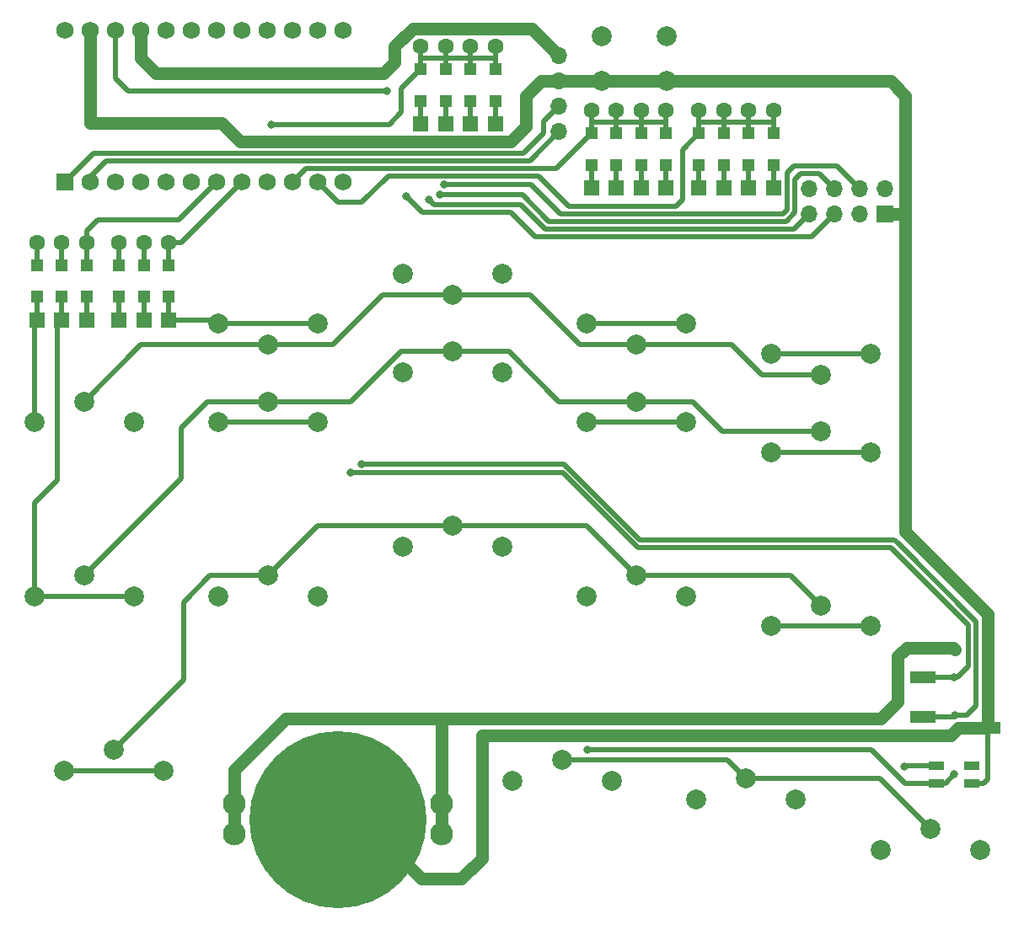
<source format=gbr>
G04 #@! TF.GenerationSoftware,KiCad,Pcbnew,5.1.4-e60b266~84~ubuntu19.04.1*
G04 #@! TF.CreationDate,2020-01-09T17:11:54-08:00*
G04 #@! TF.ProjectId,fissure,66697373-7572-4652-9e6b-696361645f70,rev?*
G04 #@! TF.SameCoordinates,Original*
G04 #@! TF.FileFunction,Copper,L2,Bot*
G04 #@! TF.FilePolarity,Positive*
%FSLAX46Y46*%
G04 Gerber Fmt 4.6, Leading zero omitted, Abs format (unit mm)*
G04 Created by KiCad (PCBNEW 5.1.4-e60b266~84~ubuntu19.04.1) date 2020-01-09 17:11:54*
%MOMM*%
%LPD*%
G04 APERTURE LIST*
%ADD10R,1.600000X0.850000*%
%ADD11C,2.000000*%
%ADD12O,1.700000X1.700000*%
%ADD13C,1.752600*%
%ADD14R,1.752600X1.752600*%
%ADD15C,1.600000*%
%ADD16R,1.600000X1.600000*%
%ADD17R,0.500000X2.500000*%
%ADD18R,1.200000X1.200000*%
%ADD19R,2.500000X1.200000*%
%ADD20C,2.300000*%
%ADD21C,17.800000*%
%ADD22R,1.700000X1.700000*%
%ADD23C,0.800000*%
%ADD24C,0.508000*%
%ADD25C,1.270000*%
G04 APERTURE END LIST*
D10*
X140647000Y-114974000D03*
X140647000Y-116724000D03*
X137147000Y-114974000D03*
X137147000Y-116724000D03*
D11*
X103502000Y-46149000D03*
X103502000Y-41649000D03*
X110002000Y-46149000D03*
X110002000Y-41649000D03*
X56497000Y-80449000D03*
X51497000Y-78349000D03*
X46497000Y-80449000D03*
X120497000Y-73549000D03*
X125497000Y-75649000D03*
X130497000Y-73549000D03*
X64997000Y-70549000D03*
X69997000Y-72649000D03*
X74997000Y-70549000D03*
D12*
X99207000Y-43609000D03*
X99207000Y-46149000D03*
X99207000Y-48689000D03*
X99207000Y-51229000D03*
D13*
X49527000Y-41069000D03*
X77467000Y-56309000D03*
X52067000Y-41069000D03*
X54607000Y-41069000D03*
X57147000Y-41069000D03*
X59687000Y-41069000D03*
X62227000Y-41069000D03*
X64767000Y-41069000D03*
X67307000Y-41069000D03*
X69847000Y-41069000D03*
X72387000Y-41069000D03*
X74927000Y-41069000D03*
X77467000Y-41069000D03*
X74927000Y-56309000D03*
X72387000Y-56309000D03*
X69847000Y-56309000D03*
X67307000Y-56309000D03*
X64767000Y-56309000D03*
X62227000Y-56309000D03*
X59687000Y-56309000D03*
X57147000Y-56309000D03*
X54607000Y-56309000D03*
X52067000Y-56309000D03*
D14*
X49527000Y-56309000D03*
D15*
X46747000Y-62349000D03*
D16*
X46747000Y-70149000D03*
D17*
X46747000Y-63549000D03*
D18*
X46747000Y-64674000D03*
X46747000Y-67824000D03*
D17*
X46747000Y-68949000D03*
D11*
X56497000Y-97949000D03*
X51497000Y-95849000D03*
X46497000Y-97949000D03*
X101997000Y-70549000D03*
X106997000Y-72649000D03*
X111997000Y-70549000D03*
X93497000Y-75449000D03*
X88497000Y-73349000D03*
X83497000Y-75449000D03*
X141497000Y-123449000D03*
X136497000Y-121349000D03*
X131497000Y-123449000D03*
X122997000Y-118349000D03*
X117997000Y-116249000D03*
X112997000Y-118349000D03*
X104497000Y-116449000D03*
X99497000Y-114349000D03*
X94497000Y-116449000D03*
X130497000Y-100949000D03*
X125497000Y-98849000D03*
X120497000Y-100949000D03*
X111997000Y-97949000D03*
X106997000Y-95849000D03*
X101997000Y-97949000D03*
X93497000Y-92949000D03*
X88497000Y-90849000D03*
X83497000Y-92949000D03*
X74997000Y-97949000D03*
X69997000Y-95849000D03*
X64997000Y-97949000D03*
X59497000Y-115449000D03*
X54497000Y-113349000D03*
X49497000Y-115449000D03*
X130497000Y-83449000D03*
X125497000Y-81349000D03*
X120497000Y-83449000D03*
X111997000Y-80449000D03*
X106997000Y-78349000D03*
X101997000Y-80449000D03*
X74997000Y-80449000D03*
X69997000Y-78349000D03*
X64997000Y-80449000D03*
X83497000Y-65549000D03*
X88497000Y-67649000D03*
X93497000Y-65549000D03*
D15*
X120757000Y-49096000D03*
D16*
X120757000Y-56896000D03*
D17*
X120757000Y-50296000D03*
D18*
X120757000Y-51421000D03*
X120757000Y-54571000D03*
D17*
X120757000Y-55696000D03*
D15*
X109962000Y-49093000D03*
D16*
X109962000Y-56893000D03*
D17*
X109962000Y-50293000D03*
D18*
X109962000Y-51418000D03*
X109962000Y-54568000D03*
D17*
X109962000Y-55693000D03*
X92817000Y-49259000D03*
D18*
X92817000Y-48134000D03*
X92817000Y-44984000D03*
D17*
X92817000Y-43859000D03*
D16*
X92817000Y-50459000D03*
D15*
X92817000Y-42659000D03*
X118257000Y-49096000D03*
D16*
X118257000Y-56896000D03*
D17*
X118257000Y-50296000D03*
D18*
X118257000Y-51421000D03*
X118257000Y-54571000D03*
D17*
X118257000Y-55696000D03*
D15*
X107462000Y-49093000D03*
D16*
X107462000Y-56893000D03*
D17*
X107462000Y-50293000D03*
D18*
X107462000Y-51418000D03*
X107462000Y-54568000D03*
D17*
X107462000Y-55693000D03*
X90317000Y-49259000D03*
D18*
X90317000Y-48134000D03*
X90317000Y-44984000D03*
D17*
X90317000Y-43859000D03*
D16*
X90317000Y-50459000D03*
D15*
X90317000Y-42659000D03*
X54997000Y-62349000D03*
D16*
X54997000Y-70149000D03*
D17*
X54997000Y-63549000D03*
D18*
X54997000Y-64674000D03*
X54997000Y-67824000D03*
D17*
X54997000Y-68949000D03*
D15*
X51747000Y-62349000D03*
D16*
X51747000Y-70149000D03*
D17*
X51747000Y-63549000D03*
D18*
X51747000Y-64674000D03*
X51747000Y-67824000D03*
D17*
X51747000Y-68949000D03*
D15*
X115757000Y-49096000D03*
D16*
X115757000Y-56896000D03*
D17*
X115757000Y-50296000D03*
D18*
X115757000Y-51421000D03*
X115757000Y-54571000D03*
D17*
X115757000Y-55696000D03*
D15*
X104962000Y-49093000D03*
D16*
X104962000Y-56893000D03*
D17*
X104962000Y-50293000D03*
D18*
X104962000Y-51418000D03*
X104962000Y-54568000D03*
D17*
X104962000Y-55693000D03*
X87817000Y-49259000D03*
D18*
X87817000Y-48134000D03*
X87817000Y-44984000D03*
D17*
X87817000Y-43859000D03*
D16*
X87817000Y-50459000D03*
D15*
X87817000Y-42659000D03*
X57497000Y-62349000D03*
D16*
X57497000Y-70149000D03*
D17*
X57497000Y-63549000D03*
D18*
X57497000Y-64674000D03*
X57497000Y-67824000D03*
D17*
X57497000Y-68949000D03*
D15*
X49247000Y-62349000D03*
D16*
X49247000Y-70149000D03*
D17*
X49247000Y-63549000D03*
D18*
X49247000Y-64674000D03*
X49247000Y-67824000D03*
D17*
X49247000Y-68949000D03*
D15*
X113257000Y-49096000D03*
D16*
X113257000Y-56896000D03*
D17*
X113257000Y-50296000D03*
D18*
X113257000Y-51421000D03*
X113257000Y-54571000D03*
D17*
X113257000Y-55696000D03*
D15*
X102462000Y-49093000D03*
D16*
X102462000Y-56893000D03*
D17*
X102462000Y-50293000D03*
D18*
X102462000Y-51418000D03*
X102462000Y-54568000D03*
D17*
X102462000Y-55693000D03*
X85317000Y-49259000D03*
D18*
X85317000Y-48134000D03*
X85317000Y-44984000D03*
D17*
X85317000Y-43859000D03*
D16*
X85317000Y-50459000D03*
D15*
X85317000Y-42659000D03*
X59997000Y-62349000D03*
D16*
X59997000Y-70149000D03*
D17*
X59997000Y-63549000D03*
D18*
X59997000Y-64674000D03*
X59997000Y-67824000D03*
D17*
X59997000Y-68949000D03*
D19*
X135747000Y-103074000D03*
X135747000Y-106074000D03*
X135747000Y-110074000D03*
X142247000Y-111174000D03*
D20*
X87397000Y-118749000D03*
X87397000Y-121849000D03*
X66597000Y-121849000D03*
X66597000Y-118749000D03*
X66597000Y-121849000D03*
X66597000Y-118749000D03*
X87397000Y-118749000D03*
X87397000Y-121849000D03*
D21*
X76997000Y-120349000D03*
D12*
X124307000Y-56944000D03*
X124307000Y-59484000D03*
X126847000Y-56944000D03*
X126847000Y-59484000D03*
X129387000Y-56944000D03*
X129387000Y-59484000D03*
X131927000Y-56944000D03*
D22*
X131927000Y-59484000D03*
D23*
X138997000Y-111499000D03*
X85397000Y-126349000D03*
X52090000Y-50340000D03*
X138997000Y-103249000D03*
X133897000Y-115049000D03*
X70283000Y-50499000D03*
X86126000Y-58087000D03*
X87269000Y-57579000D03*
X83840000Y-57706000D03*
X87650000Y-56563000D03*
X138997000Y-109849000D03*
X79395000Y-84630000D03*
X138897000Y-106049000D03*
X78252000Y-85519000D03*
X81935000Y-47165000D03*
X138897000Y-115849000D03*
X102097000Y-113349000D03*
D24*
X46497000Y-70399000D02*
X46747000Y-70149000D01*
X46497000Y-80449000D02*
X46497000Y-70399000D01*
X64997000Y-70549000D02*
X74997000Y-70549000D01*
X64597000Y-70149000D02*
X64997000Y-70549000D01*
X59997000Y-70149000D02*
X64597000Y-70149000D01*
X101997000Y-70549000D02*
X111997000Y-70549000D01*
X120497000Y-73549000D02*
X130497000Y-73549000D01*
X56497000Y-97949000D02*
X46497000Y-97949000D01*
X46497000Y-97949000D02*
X46497000Y-88549000D01*
X46497000Y-88549000D02*
X48797000Y-86249000D01*
X48797000Y-70599000D02*
X49247000Y-70149000D01*
X48797000Y-86249000D02*
X48797000Y-70599000D01*
X64997000Y-80449000D02*
X74997000Y-80449000D01*
X101997000Y-80449000D02*
X111997000Y-80449000D01*
X120497000Y-83449000D02*
X130497000Y-83449000D01*
X49497000Y-115449000D02*
X59497000Y-115449000D01*
X120497000Y-100949000D02*
X130497000Y-100949000D01*
X52067000Y-56309000D02*
X52067000Y-55824000D01*
X52067000Y-55824000D02*
X53741000Y-54150000D01*
X96286000Y-54150000D02*
X99207000Y-51229000D01*
X53741000Y-54150000D02*
X96286000Y-54150000D01*
X49527000Y-56309000D02*
X49550000Y-56309000D01*
X49550000Y-56309000D02*
X52471000Y-53388000D01*
X52471000Y-53388000D02*
X95651000Y-53388000D01*
X95651000Y-53388000D02*
X97683000Y-51356000D01*
X97683000Y-50213000D02*
X99207000Y-48689000D01*
X97683000Y-51356000D02*
X97683000Y-50213000D01*
D25*
X79397000Y-120349000D02*
X76997000Y-120349000D01*
X85397000Y-126349000D02*
X79397000Y-120349000D01*
X85397000Y-126349000D02*
X89397000Y-126349000D01*
X89397000Y-126349000D02*
X91497000Y-124249000D01*
X91497000Y-124249000D02*
X91497000Y-111949000D01*
X138547000Y-111949000D02*
X138997000Y-111499000D01*
X91497000Y-111949000D02*
X138547000Y-111949000D01*
X52067000Y-41069000D02*
X52067000Y-50317000D01*
X52067000Y-50317000D02*
X52090000Y-50340000D01*
X142247000Y-111174000D02*
X142247000Y-99699000D01*
X95905000Y-47673000D02*
X97429000Y-46149000D01*
X65298000Y-50340000D02*
X67203000Y-52245000D01*
X52090000Y-50340000D02*
X65298000Y-50340000D01*
X67203000Y-52245000D02*
X94381000Y-52245000D01*
X97429000Y-46149000D02*
X99207000Y-46149000D01*
X94381000Y-52245000D02*
X95905000Y-50721000D01*
X95905000Y-50721000D02*
X95905000Y-47673000D01*
D24*
X140647000Y-116724000D02*
X141872000Y-116724000D01*
X142247000Y-116349000D02*
X142247000Y-111174000D01*
X141872000Y-116724000D02*
X142247000Y-116349000D01*
D25*
X139322000Y-111174000D02*
X138997000Y-111499000D01*
X142247000Y-111174000D02*
X139322000Y-111174000D01*
X99207000Y-46149000D02*
X132497000Y-46149000D01*
X132497000Y-46149000D02*
X133997000Y-47649000D01*
X133997000Y-91449000D02*
X142247000Y-99699000D01*
X133997000Y-47649000D02*
X133997000Y-59549000D01*
X133932000Y-59484000D02*
X133997000Y-59549000D01*
X131927000Y-59484000D02*
X133932000Y-59484000D01*
X133997000Y-59549000D02*
X133997000Y-91449000D01*
X66597000Y-121849000D02*
X66597000Y-118749000D01*
X87397000Y-121849000D02*
X87397000Y-118749000D01*
X66597000Y-118749000D02*
X66597000Y-115399000D01*
X66597000Y-115399000D02*
X71747000Y-110249000D01*
X131497000Y-110249000D02*
X133247000Y-108499000D01*
X133247000Y-108499000D02*
X133247000Y-103999000D01*
X134172000Y-103074000D02*
X135747000Y-103074000D01*
X133247000Y-103999000D02*
X134172000Y-103074000D01*
X135747000Y-103074000D02*
X138822000Y-103074000D01*
X138822000Y-103074000D02*
X138997000Y-103249000D01*
X71747000Y-110249000D02*
X87297000Y-110249000D01*
X87397000Y-118749000D02*
X87397000Y-110349000D01*
X87297000Y-110249000D02*
X131497000Y-110249000D01*
X57147000Y-41069000D02*
X57147000Y-43840000D01*
X57147000Y-43840000D02*
X58694000Y-45387000D01*
X58694000Y-45387000D02*
X81554000Y-45387000D01*
X81554000Y-45387000D02*
X82697000Y-44244000D01*
X96794000Y-41196000D02*
X99207000Y-43609000D01*
D24*
X137147000Y-114974000D02*
X133972000Y-114974000D01*
X133972000Y-114974000D02*
X133897000Y-115049000D01*
D25*
X82697000Y-44244000D02*
X82697000Y-42649000D01*
X82697000Y-42649000D02*
X84497000Y-40849000D01*
X96447000Y-40849000D02*
X96794000Y-41196000D01*
X84497000Y-40849000D02*
X96447000Y-40849000D01*
D24*
X51747000Y-62349000D02*
X51747000Y-61224000D01*
X51747000Y-61224000D02*
X52852000Y-60119000D01*
X60957000Y-60119000D02*
X64767000Y-56309000D01*
X52852000Y-60119000D02*
X60957000Y-60119000D01*
X61267000Y-62349000D02*
X67307000Y-56309000D01*
X59997000Y-62349000D02*
X61267000Y-62349000D01*
X70283000Y-50499000D02*
X82142000Y-50499000D01*
X82142000Y-50499000D02*
X83367000Y-49274000D01*
X83367000Y-46934000D02*
X85317000Y-44984000D01*
X83367000Y-49274000D02*
X83367000Y-46934000D01*
X85317000Y-43859000D02*
X92817000Y-43859000D01*
X72387000Y-56309000D02*
X72410000Y-56309000D01*
X72410000Y-56309000D02*
X73807000Y-54912000D01*
X98968000Y-54912000D02*
X102462000Y-51418000D01*
X73807000Y-54912000D02*
X98968000Y-54912000D01*
X102462000Y-50293000D02*
X109962000Y-50293000D01*
X76959000Y-58341000D02*
X79395000Y-58341000D01*
X74927000Y-56309000D02*
X76959000Y-58341000D01*
X79395000Y-58341000D02*
X82062000Y-55674000D01*
X82062000Y-55674000D02*
X97175000Y-55674000D01*
X97175000Y-55674000D02*
X100223000Y-58722000D01*
X113257000Y-50296000D02*
X120757000Y-50296000D01*
X100223000Y-58722000D02*
X110924000Y-58722000D01*
X110924000Y-58722000D02*
X111597000Y-58049000D01*
X111597000Y-53081000D02*
X113257000Y-51421000D01*
X111597000Y-58049000D02*
X111597000Y-53081000D01*
X69997000Y-72649000D02*
X76517000Y-72649000D01*
X81517000Y-67649000D02*
X88497000Y-67649000D01*
X76517000Y-72649000D02*
X81517000Y-67649000D01*
X88497000Y-67649000D02*
X96323000Y-67649000D01*
X101323000Y-72649000D02*
X106997000Y-72649000D01*
X96323000Y-67649000D02*
X101323000Y-72649000D01*
X106997000Y-72649000D02*
X116563000Y-72649000D01*
X119563000Y-75649000D02*
X125497000Y-75649000D01*
X116563000Y-72649000D02*
X119563000Y-75649000D01*
X57197000Y-72649000D02*
X51497000Y-78349000D01*
X69997000Y-72649000D02*
X57197000Y-72649000D01*
X63897000Y-78349000D02*
X69997000Y-78349000D01*
X61247000Y-80999000D02*
X63897000Y-78349000D01*
X69997000Y-78349000D02*
X78310000Y-78349000D01*
X83310000Y-73349000D02*
X88497000Y-73349000D01*
X78310000Y-78349000D02*
X83310000Y-73349000D01*
X88497000Y-73349000D02*
X94149000Y-73349000D01*
X99149000Y-78349000D02*
X106997000Y-78349000D01*
X94149000Y-73349000D02*
X99149000Y-78349000D01*
X106997000Y-78349000D02*
X112611000Y-78349000D01*
X115611000Y-81349000D02*
X125497000Y-81349000D01*
X112611000Y-78349000D02*
X115611000Y-81349000D01*
X61247000Y-86099000D02*
X51497000Y-95849000D01*
X61247000Y-80999000D02*
X61247000Y-86099000D01*
X122497000Y-95849000D02*
X125497000Y-98849000D01*
X106997000Y-95849000D02*
X122497000Y-95849000D01*
X101997000Y-90849000D02*
X106997000Y-95849000D01*
X74997000Y-90849000D02*
X69997000Y-95849000D01*
X88497000Y-90849000D02*
X74997000Y-90849000D01*
X98897000Y-90849000D02*
X98597000Y-90849000D01*
X98897000Y-90849000D02*
X101997000Y-90849000D01*
X88497000Y-90849000D02*
X98197000Y-90849000D01*
X98197000Y-90849000D02*
X98897000Y-90849000D01*
X61497000Y-98499000D02*
X64147000Y-95849000D01*
X64147000Y-95849000D02*
X69997000Y-95849000D01*
X61497000Y-106349000D02*
X54497000Y-113349000D01*
X61497000Y-98499000D02*
X61497000Y-106349000D01*
X131497000Y-116349000D02*
X136497000Y-121349000D01*
X116097000Y-114349000D02*
X117997000Y-116249000D01*
X99497000Y-114349000D02*
X116097000Y-114349000D01*
X131397000Y-116249000D02*
X131497000Y-116349000D01*
X117997000Y-116249000D02*
X131397000Y-116249000D01*
X124607000Y-59484000D02*
X124607000Y-59865000D01*
X95397000Y-58595000D02*
X97810000Y-61008000D01*
X97810000Y-61008000D02*
X122783000Y-61008000D01*
X86126000Y-58087000D02*
X86634000Y-58595000D01*
X122783000Y-61008000D02*
X124307000Y-59484000D01*
X86634000Y-58595000D02*
X95397000Y-58595000D01*
X125352000Y-55449000D02*
X126847000Y-56944000D01*
X123497000Y-55449000D02*
X125352000Y-55449000D01*
X122897000Y-56049000D02*
X123497000Y-55449000D01*
X95524000Y-57579000D02*
X98191000Y-60246000D01*
X87269000Y-57579000D02*
X95524000Y-57579000D01*
X98191000Y-60246000D02*
X122000000Y-60246000D01*
X122897000Y-59349000D02*
X122897000Y-56049000D01*
X122000000Y-60246000D02*
X122897000Y-59349000D01*
X127147000Y-59484000D02*
X127147000Y-59738000D01*
X94381000Y-59357000D02*
X96794000Y-61770000D01*
X124561000Y-61770000D02*
X126847000Y-59484000D01*
X83840000Y-57706000D02*
X85491000Y-59357000D01*
X96794000Y-61770000D02*
X124561000Y-61770000D01*
X85491000Y-59357000D02*
X94381000Y-59357000D01*
X122097000Y-55349000D02*
X122797000Y-54649000D01*
X87650000Y-56563000D02*
X96413000Y-56563000D01*
X96413000Y-56563000D02*
X99334000Y-59484000D01*
X99334000Y-59484000D02*
X121662000Y-59484000D01*
X127092000Y-54649000D02*
X129387000Y-56944000D01*
X122797000Y-54649000D02*
X127092000Y-54649000D01*
X122097000Y-59049000D02*
X122097000Y-55349000D01*
X121662000Y-59484000D02*
X122097000Y-59049000D01*
X135747000Y-110074000D02*
X138772000Y-110074000D01*
X138772000Y-110074000D02*
X138997000Y-109849000D01*
X138997000Y-109849000D02*
X140197000Y-109849000D01*
X140197000Y-109849000D02*
X141097000Y-108949000D01*
X141097000Y-108949000D02*
X141097000Y-100449000D01*
X141097000Y-100449000D02*
X133297000Y-92649000D01*
X133297000Y-92649000D02*
X133261000Y-92649000D01*
X133261000Y-92649000D02*
X132862000Y-92250000D01*
X132862000Y-92250000D02*
X107335000Y-92250000D01*
X107335000Y-92250000D02*
X99715000Y-84630000D01*
X99715000Y-84630000D02*
X79395000Y-84630000D01*
X135747000Y-106074000D02*
X138872000Y-106074000D01*
X138872000Y-106074000D02*
X138897000Y-106049000D01*
X138897000Y-106049000D02*
X139197000Y-106049000D01*
X139197000Y-106049000D02*
X140297000Y-104949000D01*
X140297000Y-104949000D02*
X140297000Y-100849000D01*
X140297000Y-100849000D02*
X132497000Y-93049000D01*
X132497000Y-93049000D02*
X107118000Y-93049000D01*
X107118000Y-93049000D02*
X99588000Y-85519000D01*
X99588000Y-85519000D02*
X78252000Y-85519000D01*
X54607000Y-41069000D02*
X54607000Y-45872000D01*
X54607000Y-45872000D02*
X55900000Y-47165000D01*
X55900000Y-47165000D02*
X81935000Y-47165000D01*
X137147000Y-116724000D02*
X138022000Y-116724000D01*
X138022000Y-116724000D02*
X138897000Y-115849000D01*
X137147000Y-116724000D02*
X133972000Y-116724000D01*
X133972000Y-116724000D02*
X130597000Y-113349000D01*
X130597000Y-113349000D02*
X102097000Y-113349000D01*
M02*

</source>
